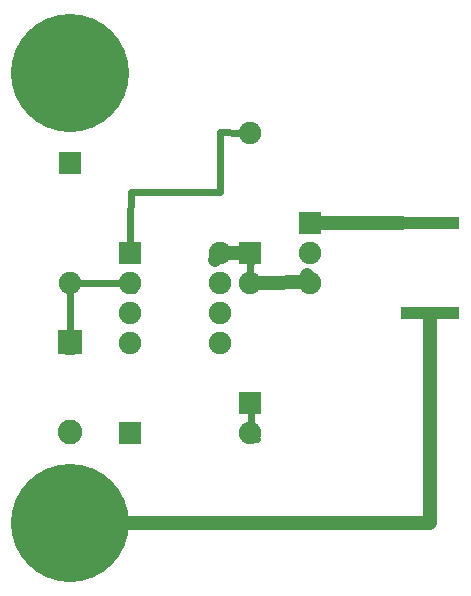
<source format=gbl>
G04 MADE WITH FRITZING*
G04 WWW.FRITZING.ORG*
G04 DOUBLE SIDED*
G04 HOLES PLATED*
G04 CONTOUR ON CENTER OF CONTOUR VECTOR*
%ASAXBY*%
%FSLAX23Y23*%
%MOIN*%
%OFA0B0*%
%SFA1.0B1.0*%
%ADD10C,0.075000*%
%ADD11C,0.082000*%
%ADD12C,0.393700*%
%ADD13R,0.075000X0.075000*%
%ADD14R,0.196850X0.039370*%
%ADD15R,0.082000X0.082000*%
%ADD16C,0.048000*%
%ADD17C,0.024000*%
%LNCOPPER0*%
G90*
G70*
G54D10*
X923Y640D03*
X923Y1040D03*
X523Y540D03*
X923Y540D03*
X1123Y1040D03*
X1123Y1140D03*
X1123Y1240D03*
G54D11*
X323Y840D03*
X323Y542D03*
G54D10*
X523Y1140D03*
X823Y1140D03*
X523Y1040D03*
X823Y1040D03*
X523Y940D03*
X823Y940D03*
X523Y840D03*
X823Y840D03*
X923Y1140D03*
X923Y1540D03*
G54D12*
X323Y240D03*
X323Y1740D03*
G54D10*
X323Y1440D03*
X323Y1040D03*
G54D13*
X923Y640D03*
X523Y540D03*
X1123Y1240D03*
G54D14*
X1523Y940D03*
X1523Y1240D03*
G54D15*
X323Y841D03*
G54D13*
X523Y1140D03*
X923Y1140D03*
X323Y1440D03*
G54D16*
X823Y1139D02*
X807Y1116D01*
D02*
X895Y1140D02*
X823Y1139D01*
G54D17*
D02*
X522Y1240D02*
X523Y1169D01*
D02*
X895Y1540D02*
X823Y1541D01*
D02*
X823Y1341D02*
X525Y1341D01*
D02*
X823Y1541D02*
X823Y1341D01*
D02*
X525Y1341D02*
X522Y1240D01*
D02*
X924Y1139D02*
X932Y1113D01*
D02*
X923Y1069D02*
X924Y1139D01*
G54D16*
D02*
X1152Y1240D02*
X1430Y1240D01*
G54D17*
D02*
X924Y539D02*
X924Y612D01*
D02*
X944Y520D02*
X924Y539D01*
D02*
X323Y840D02*
X323Y1012D01*
D02*
X291Y840D02*
X323Y840D01*
D02*
X524Y1038D02*
X536Y1015D01*
D02*
X352Y1040D02*
X524Y1038D01*
G54D16*
D02*
X1123Y1042D02*
X952Y1040D01*
D02*
X1111Y1066D02*
X1123Y1042D01*
D02*
X453Y240D02*
X1523Y238D01*
D02*
X1523Y238D02*
X1523Y926D01*
G04 End of Copper0*
M02*
</source>
